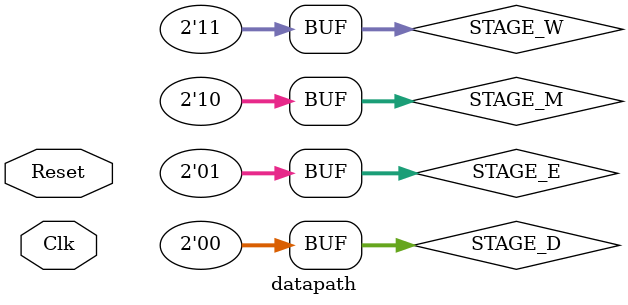
<source format=v>
`timescale 1ns / 1ps
module datapath(
	input Clk,
	input Reset
    );
	
	wire [31:0] Ins, gpf_RD1, gpf_RD2, sh_out, ext_out;
	wire [31:0] alu_d2, alu_out, dm_RD, PC4, gpf_WD;
	wire [4:0] A3, A3_0;
	wire Cal_r_D, Cal_i_D, ld_D, st_D, beq_D, j_D, jal_D, jr_D, sl_D;
	wire Cal_r_E, Cal_i_E, lE_E, st_E, beq_E, j_E, jal_E, jr_E, sl_E;
	wire Cal_r_M, Cal_i_M, lM_M, st_M, bMq_M, j_M, jal_M, jr_M;
	
	wire [31:0] BR, JR, J_JAL;
	wire [1:0] NPC_ctrl_D;
	wire Eq, lz, Neq;
	wire [31:0] IR_D, PC4_D, PC8;
	wire EXT_ZS_D;
	wire [31:0] IR_E, PC4_E, RS_E, RT_E, SH_E, EXT_E;
	wire ALUsrc_E; 
	wire [2:0] ALUOp_E;
	wire [31:0] IR_M, PC4_M, AO_M, RT_M, SH_M; 
	wire MemWr_M;
	wire [31:0] IR_W, PC4_W, AO_W, DR_W, SH_W;
	wire [1:0] WDsrc_W;
	wire RegDst_W, RegDst_2_W, RegWr_W;
	
	wire [31:0] CMP_D1, CMP_D2, ALUsrcA, ALUsrcB, DM_DATA, WrData_M, RT_Msrc;
	wire [4:0] WrReg_M, WrReg_W, ReReg1_E, ReReg2_E, ReReg1_D, ReReg2_D, ReReg2_M;
	wire [1:0] ForwardRSD, ForwardRTD, ForwardRSE, ForwardRTE, ForwardRTM, ForwardRTE_ALUb,STAGE_D, STAGE_E, STAGE_M, STAGE_W;
	wire RegWr_M, generated_M, generated_W;
	
	
	assign STAGE_D = 2'b00;
	assign STAGE_E = 2'b01;
	assign STAGE_M = 2'b10;
	assign STAGE_W = 2'b11;
	
	
	//assign Op = Ins[31:26];
	//assign Funct = Ins[5:0];
	
//Hazard
	stall _stall(
	.IR_D(IR_D),
	.IR_E(IR_E),
	.IR_M(IR_M),
	.Cal_r_D(Cal_r_D),
	.Cal_i_D(Cal_i_D),
	.beq_D(beq_D),
	.jr_D(jr_D),
	.jal_D(jal_D),
	.ld_D(ld_D),
	.st_D(st_D),
	.Cal_r_E(Cal_r_E),
	.Cal_i_E(Cal_i_E),
	.beq_E(beq_E),
	.jr_E(jr_E),
	.jal_E(jal_E),
	.ld_E(ld_E),
	.st_E(st_E),
	.sl_E(sl_E),
	.sl_D(sl_D),
	.ld_M(ld_M),	
	.stall(stall)
    );
	
	forward _forward(
	.WrReg_M(WrReg_M),
	.RegWr_M(RegWr_M),
	.generated_M(generated_M),
	.WrReg_W(WrReg_W),
	.RegWr_W(RegWr_W),
	.generated_W(generated_W),
	.ReReg1_E(ReReg1_E),
	.ReReg2_E(ReReg2_E),
	.ReReg1_D(ReReg1_D),
	.ReReg2_D(ReReg2_D),
	.ReReg2_M(ReReg2_M),
	
	
	.ForwardRSD(ForwardRSD),
	.ForwardRTD(ForwardRTD),
	.ForwardRSE(ForwardRSE),
	.ForwardRTE(ForwardRTE),
	.ForwardRTM(ForwardRTM)
    );



	
//F 	
	ifu _ifu(
	.ins(Ins),
	.Clk(Clk),
	.Reset(Reset),
	.BR(BR),
    .JR(JR),
    .J_JAL(J_JAL),
	.NPC_ctrl(NPC_ctrl_D),
	.PC4(PC4),
	.En(!stall)
    );



//D
	D_Reg d_reg(
    .IR(Ins),
    .PC4(PC4),
	.Clk(Clk),
    .IR_D(IR_D),
    .PC4_D(PC4_D),
	.En(!stall),
	.Reset(Reset)
	);
	
	control D_control(
	.ins(IR_D),
	.stage(STAGE_D),
	.Eq(Eq),
	.Neq(Neq),
	.lz(lz),
    .NPC_ctrl(NPC_ctrl_D),
	.EXT_ZS(EXT_ZS_D),
	.Cal_r(Cal_r_D),
	.Cal_i(Cal_i_D),
	.ld(ld_D),
	.st(st_D),
	.sl(sl_D),
	.beq(beq_D),
	.jal(jal_D),
	.jr(jr_D),
	.ReReg1(ReReg1_D),
	.ReReg2(ReReg2_D)
    );
	
	npc _npc(
    .PC4(PC4_D),            //µ±Ç°Ö¸ÁîµØÖ·
    .BrOffset(IR_D[15:0]),
    .JrOffset(CMP_D1),
    .JalOffset(IR_D[25:0]),
	.BR(BR),
	.JR(JR),
	.J_JAL(J_JAL),
	.PC8(PC8)
    );
	
	mux4_32 MFRSD(		  //32Î»4Ñ¡1
    .src(ForwardRSD),
    .d1(gpf_RD1),
    .d2(WrData_M),
	.d3(gpf_WD),	
    .out(CMP_D1)
    );
	
	mux4_32 MFRTD(		  //32Î»4Ñ¡1
    .src(ForwardRTD),
    .d1(gpf_RD2),
    .d2(WrData_M),
	.d3(gpf_WD),	
    .out(CMP_D2)
    );
	
	CMP _cmp(
    .D1(CMP_D1),
    .D2(CMP_D2),
    .Eq(Eq),
	.Neq(Neq)
    );
	
	sl16 _sl16(
	.in(IR_D[15:0]),
	.out(sh_out)
	);

	grf _grf(
	.A1(IR_D[25:21]), 
	.A2(IR_D[20:16]), 
	.A3(A3), 
	.WD(gpf_WD), 
	.RD1(gpf_RD1), 
	.RD2(gpf_RD2), 
	.Clk(Clk), 
	.RegWr(RegWr_W), 
	.Reset(Reset),
	.IR_W(IR_W)
	);
	
	ext _ext(
    .ExtOp(EXT_ZS_D),
    .In(IR_D[15:0]),
    .Out(ext_out)
    );

	


//E	
	E_Reg e_reg(
    .IR(IR_D),
    .PC4(PC8),
    .RS(gpf_RD1),
    .RT(gpf_RD2),
    .SH(sh_out),
    .EXT(ext_out),
    .IR_E(IR_E),
    .PC4_E(PC4_E),
    .RS_E(RS_E),
    .RT_E(RT_E),
    .SH_E(SH_E),
    .EXT_E(EXT_E),
	.Clk(Clk),
	.Clr(stall),
	.Reset(Reset)
    );

	control E_control(
	.ins(IR_E),
	.stage(STAGE_E),
	.ReReg1(ReReg1_E),
	.ReReg2(ReReg2_E),
	.ALUsrc(ALUsrc_E),
	.ALUOp(ALUOp_E),
	.Cal_r(Cal_r_E),
	.Cal_i(Cal_i_E),
	.ld(ld_E),
	.st(st_E),
	.sl(sl_E),
	.beq(beq_E),
	.jal(jal_E),
	.jr(jr_E)
    );
	
	mux2_32 ALUsrc_mux(
    .src(ALUsrc_E),
    .d1(RT_Msrc),
    .d2(EXT_E),
    .out(ALUsrcB)
    );
	
	mux4_32 MFRSE(		  //32Î»4Ñ¡1
    .src(ForwardRSE),
    .d1(RS_E),
    .d2(WrData_M),
	.d3(gpf_WD),
    .out(ALUsrcA)
    );
	
	
	mux4_32 MFRTE(		  //32Î»4Ñ¡1,sw²»ÊÇ×ª·¢µ½alub
    .src(ForwardRTE),
    .d1(RT_E),
    .d2(WrData_M),
	.d3(gpf_WD),
    .out(RT_Msrc)
    );
	
	
	
	alu _alu (
	.A(ALUsrcA),
	.B(ALUsrcB),
	.Out(alu_out),
	.ALUOp(ALUOp_E),
	.sa(IR_E[10:6])
	);
	
	




//M	
	M_Reg m_reg(
    .IR(IR_E),
    .PC4(PC4_E),
    .AO(alu_out),
    .RT(RT_Msrc),
    .SH(SH_E),
    .IR_M(IR_M),
    .PC4_M(PC4_M),
    .AO_M(AO_M),
    .RT_M(RT_M),
    .SH_M(SH_M),
    .Clk(Clk),
	.Reset(Reset)
    );
	
	control M_control(
	.ins(IR_M),
	.stage(STAGE_M),
	.ALUout(AO_M),
	.Shift(SH_M),
	.PC8(PC4_M),
	.WrData_M(WrData_M),
	.ReReg2(ReReg2_M),
	.WrReg(WrReg_M),//ÐòºÅ
	.RegWr(RegWr_M),//Ê¹ÄÜ
	.generated(generated_M),
	.MemWr(MemWr_M),
	.Cal_r(Cal_r_M),
	.Cal_i(Cal_i_M),
	.ld(ld_M),
	.st(st_M),
	.beq(beq_M),
	.jal(jal_M),
	.jr(jr_M)
    );
	
	mux4_32 MFRTM(		  //32Î»4Ñ¡1
    .src(ForwardRTM),
    .d1(RT_M),
    .d2(WrData_M),
	.d3(gpf_WD),
    .out(DM_DATA)
    );
	
	dm _dm (
	.Clk(Clk),
	.MemWr(MemWr_M),
	.WD(DM_DATA),
	.Addr(AO_M),
	.Reset(Reset),
	.RD(dm_RD),
	.IR_M(IR_M)
	);




//W
	W_Reg w_reg(
    .IR(IR_M),
    .PC4(PC4_M),
    .AO(AO_M),
    .DR(dm_RD),
    .SH(SH_M),
    .Clk(Clk),
    .IR_W(IR_W),
    .PC4_W(PC4_W),
    .AO_W(AO_W),
    .DR_W(DR_W),
    .SH_W(SH_W),
	.Reset(Reset)
    );
	
	control W_control(
	.ins(IR_W),
	.stage(STAGE_W),
	.RegDst(RegDst_W),
	.RegDst_2(RegDst_2_W),
	.grf_WDsrc(WDsrc_W),
	.WrReg(WrReg_W),
	.RegWr(RegWr_W),
	.generated(generated_W),
	.Cal_r(Cal_r_W),
	.Cal_i(Cal_i_W),
	.ld(ld_W),
	.st(st_W),
	.beq(beq_W),
	.j(j_W),
	.jal(jal_W),
	.jr(jr_W),
	.ALUout(AO_W)
    );
	
	mux2_5 A3src_mux(
	.d1(IR_W[15:11]),
	.d2(IR_W[20:16]),
	.src(RegDst_W),
	.out(A3_0)
	);
	
	mux2_5 A3src_mux2(
	.d1(A3_0),
	.d2(5'b11111),
	.src(RegDst_2_W),
	.out(A3)
	);
	
	
	mux4_32 WDsrc_mux(
	.d1(AO_W),
	.d2(DR_W),
	.d3(SH_W),
	.d4(PC4_W),
	.src(WDsrc_W),
	.out(gpf_WD)
	);
	
endmodule

</source>
